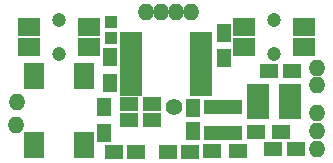
<source format=gbr>
G04 #@! TF.FileFunction,Soldermask,Top*
%FSLAX46Y46*%
G04 Gerber Fmt 4.6, Leading zero omitted, Abs format (unit mm)*
G04 Created by KiCad (PCBNEW 4.0.7) date Thursday, August 02, 2018 'PMt' 03:47:54 PM*
%MOMM*%
%LPD*%
G01*
G04 APERTURE LIST*
%ADD10C,0.100000*%
%ADD11R,1.600000X1.150000*%
%ADD12R,1.150000X1.600000*%
%ADD13R,1.100000X1.000000*%
%ADD14R,1.700000X2.200000*%
%ADD15O,1.400000X1.400000*%
%ADD16R,3.300000X1.200000*%
%ADD17R,1.300000X1.600000*%
%ADD18R,1.600000X1.300000*%
%ADD19C,1.200000*%
%ADD20R,1.950000X1.600000*%
%ADD21R,1.960000X1.050000*%
%ADD22R,1.900000X0.850000*%
%ADD23C,1.400000*%
G04 APERTURE END LIST*
D10*
D11*
X113248400Y-82118200D03*
X115148400Y-82118200D03*
X128305600Y-75234800D03*
X126405600Y-75234800D03*
D12*
X119964200Y-78399600D03*
X119964200Y-80299600D03*
D11*
X117820400Y-82118200D03*
X119720400Y-82118200D03*
X114543800Y-79375000D03*
X116443800Y-79375000D03*
X114543800Y-78054200D03*
X116443800Y-78054200D03*
X128661200Y-81864200D03*
X126761200Y-81864200D03*
D13*
X112979200Y-71080400D03*
X112979200Y-72480400D03*
D14*
X106480000Y-75690000D03*
X110680000Y-75690000D03*
X106480000Y-81510000D03*
X110680000Y-81510000D03*
D15*
X105003600Y-77851000D03*
X104978200Y-79781400D03*
X119761000Y-70205600D03*
X118491000Y-70205600D03*
X117221000Y-70205600D03*
X115951000Y-70205600D03*
X130420000Y-78820000D03*
X130410000Y-81870000D03*
X130420000Y-80350000D03*
X130403600Y-75006200D03*
X130403600Y-76454000D03*
D16*
X122478800Y-78300400D03*
X122478800Y-80500400D03*
D17*
X112953800Y-74084000D03*
X112953800Y-76284000D03*
X112420400Y-78249600D03*
X112420400Y-80449600D03*
D18*
X123731200Y-82016600D03*
X121531200Y-82016600D03*
X125239600Y-80365600D03*
X127439600Y-80365600D03*
D17*
X122529600Y-74175800D03*
X122529600Y-71975800D03*
D19*
X108600000Y-73800000D03*
D20*
X106100000Y-71500000D03*
X106100000Y-73200000D03*
X111150000Y-71500000D03*
X111150000Y-73200000D03*
D19*
X108600000Y-70900000D03*
X126800000Y-73800000D03*
D20*
X124300000Y-71500000D03*
X124300000Y-73200000D03*
X129350000Y-71500000D03*
X129350000Y-73200000D03*
D19*
X126800000Y-70900000D03*
D21*
X125421400Y-76850200D03*
X125421400Y-77800200D03*
X125421400Y-78750200D03*
X128121400Y-78750200D03*
X128121400Y-76850200D03*
X128121400Y-77800200D03*
D22*
X114728200Y-72375600D03*
X114728200Y-73025600D03*
X114728200Y-73675600D03*
X114728200Y-74325600D03*
X114728200Y-74975600D03*
X114728200Y-75625600D03*
X114728200Y-76275600D03*
X114728200Y-76925600D03*
X120628200Y-76925600D03*
X120628200Y-76275600D03*
X120628200Y-75625600D03*
X120628200Y-74975600D03*
X120628200Y-74325600D03*
X120628200Y-73675600D03*
X120628200Y-73025600D03*
X120628200Y-72375600D03*
D23*
X118313200Y-78308200D03*
M02*

</source>
